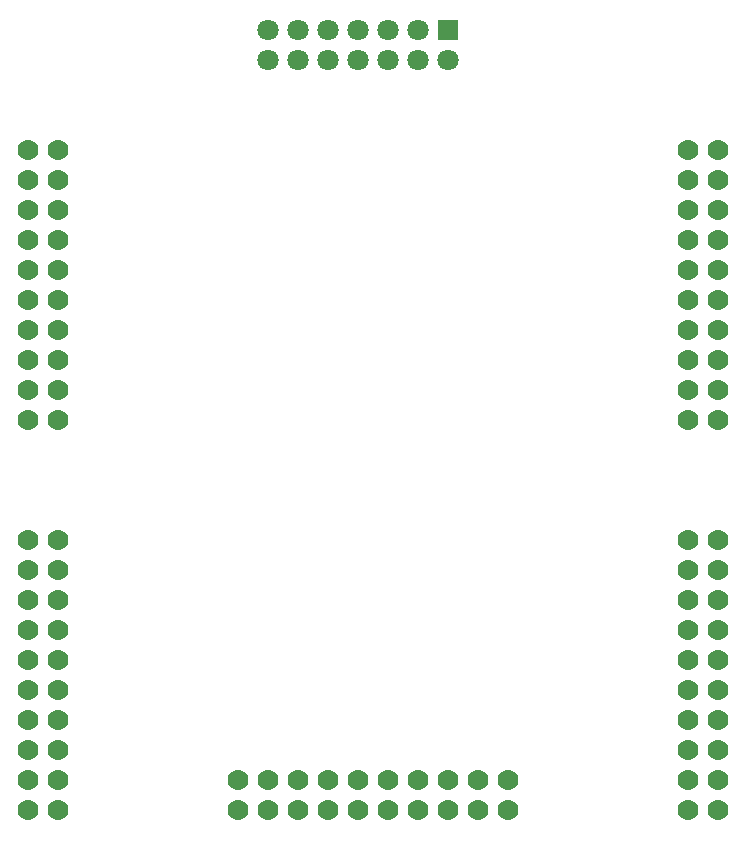
<source format=gbs>
G04*
G04 #@! TF.GenerationSoftware,Altium Limited,Altium Designer,21.0.8 (223)*
G04*
G04 Layer_Color=16711935*
%FSLAX25Y25*%
%MOIN*%
G70*
G04*
G04 #@! TF.SameCoordinates,DCFDD46B-96D2-4464-8150-C36015641F01*
G04*
G04*
G04 #@! TF.FilePolarity,Negative*
G04*
G01*
G75*
%ADD31C,0.07099*%
%ADD32R,0.07099X0.07099*%
%ADD33C,0.06992*%
D31*
X120000Y290000D02*
D03*
Y300000D02*
D03*
X130000Y290000D02*
D03*
Y300000D02*
D03*
X140000Y290000D02*
D03*
Y300000D02*
D03*
X180000Y290000D02*
D03*
X170000Y300000D02*
D03*
Y290000D02*
D03*
X160000Y300000D02*
D03*
Y290000D02*
D03*
X150000Y300000D02*
D03*
Y290000D02*
D03*
D32*
X180000Y300000D02*
D03*
D33*
X110000Y50000D02*
D03*
X120000D02*
D03*
X130000D02*
D03*
X140000D02*
D03*
X150000D02*
D03*
X160000D02*
D03*
X110000Y40000D02*
D03*
X120000D02*
D03*
X130000D02*
D03*
X140000D02*
D03*
X150000D02*
D03*
X160000D02*
D03*
X170000D02*
D03*
X180000D02*
D03*
X190000D02*
D03*
X200000D02*
D03*
Y50000D02*
D03*
X190000D02*
D03*
X180000D02*
D03*
X170000D02*
D03*
X260000Y40000D02*
D03*
Y50000D02*
D03*
Y60000D02*
D03*
Y70000D02*
D03*
Y80000D02*
D03*
Y90000D02*
D03*
X270000Y40000D02*
D03*
Y50000D02*
D03*
Y60000D02*
D03*
Y70000D02*
D03*
Y80000D02*
D03*
Y90000D02*
D03*
Y100000D02*
D03*
Y110000D02*
D03*
Y120000D02*
D03*
Y130000D02*
D03*
X260000D02*
D03*
Y120000D02*
D03*
Y110000D02*
D03*
Y100000D02*
D03*
Y170000D02*
D03*
Y180000D02*
D03*
Y190000D02*
D03*
Y200000D02*
D03*
Y210000D02*
D03*
Y220000D02*
D03*
X270000Y170000D02*
D03*
Y180000D02*
D03*
Y190000D02*
D03*
Y200000D02*
D03*
Y210000D02*
D03*
Y220000D02*
D03*
Y230000D02*
D03*
Y240000D02*
D03*
Y250000D02*
D03*
Y260000D02*
D03*
X260000D02*
D03*
Y250000D02*
D03*
Y240000D02*
D03*
Y230000D02*
D03*
X50000Y260000D02*
D03*
Y250000D02*
D03*
Y240000D02*
D03*
Y230000D02*
D03*
Y220000D02*
D03*
Y210000D02*
D03*
X40000Y260000D02*
D03*
Y250000D02*
D03*
Y240000D02*
D03*
Y230000D02*
D03*
Y220000D02*
D03*
Y210000D02*
D03*
Y200000D02*
D03*
Y190000D02*
D03*
Y180000D02*
D03*
Y170000D02*
D03*
X50000D02*
D03*
Y180000D02*
D03*
Y190000D02*
D03*
Y200000D02*
D03*
Y130000D02*
D03*
Y120000D02*
D03*
Y110000D02*
D03*
Y100000D02*
D03*
Y90000D02*
D03*
Y80000D02*
D03*
X40000Y130000D02*
D03*
Y120000D02*
D03*
Y110000D02*
D03*
Y100000D02*
D03*
Y90000D02*
D03*
Y80000D02*
D03*
Y70000D02*
D03*
Y60000D02*
D03*
Y50000D02*
D03*
Y40000D02*
D03*
X50000D02*
D03*
Y50000D02*
D03*
Y60000D02*
D03*
Y70000D02*
D03*
M02*

</source>
